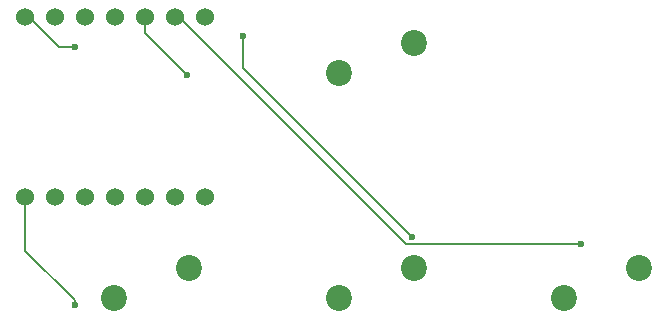
<source format=gbr>
%TF.GenerationSoftware,KiCad,Pcbnew,9.0.3*%
%TF.CreationDate,2025-07-11T18:10:02-07:00*%
%TF.ProjectId,hackpad,6861636b-7061-4642-9e6b-696361645f70,rev?*%
%TF.SameCoordinates,Original*%
%TF.FileFunction,Copper,L2,Bot*%
%TF.FilePolarity,Positive*%
%FSLAX46Y46*%
G04 Gerber Fmt 4.6, Leading zero omitted, Abs format (unit mm)*
G04 Created by KiCad (PCBNEW 9.0.3) date 2025-07-11 18:10:02*
%MOMM*%
%LPD*%
G01*
G04 APERTURE LIST*
%TA.AperFunction,ComponentPad*%
%ADD10C,2.200000*%
%TD*%
%TA.AperFunction,ComponentPad*%
%ADD11C,1.524000*%
%TD*%
%TA.AperFunction,ViaPad*%
%ADD12C,0.600000*%
%TD*%
%TA.AperFunction,Conductor*%
%ADD13C,0.200000*%
%TD*%
G04 APERTURE END LIST*
D10*
%TO.P,SW1,1,1*%
%TO.N,Net-(U1-GPIO3{slash}MOSI)*%
X145415000Y-30638750D03*
%TO.P,SW1,2,2*%
%TO.N,GND*%
X139065000Y-33178750D03*
%TD*%
%TO.P,SW2,1,1*%
%TO.N,Net-(U1-GPIO4{slash}MISO)*%
X126365000Y-49688750D03*
%TO.P,SW2,2,2*%
%TO.N,GND*%
X120015000Y-52228750D03*
%TD*%
%TO.P,SW3,1,1*%
%TO.N,Net-(U1-GPIO2{slash}SCK)*%
X164465000Y-49688750D03*
%TO.P,SW3,2,2*%
%TO.N,GND*%
X158115000Y-52228750D03*
%TD*%
D11*
%TO.P,U1,1,GPIO26/ADC0/A0*%
%TO.N,Net-(D3-DIN)*%
X112480000Y-43620000D03*
%TO.P,U1,2,GPIO27/ADC1/A1*%
%TO.N,unconnected-(U1-GPIO27{slash}ADC1{slash}A1-Pad2)*%
X115020000Y-43620000D03*
%TO.P,U1,3,GPIO28/ADC2/A2*%
%TO.N,unconnected-(U1-GPIO28{slash}ADC2{slash}A2-Pad3)*%
X117560000Y-43620000D03*
%TO.P,U1,4,GPIO29/ADC3/A3*%
%TO.N,unconnected-(U1-GPIO29{slash}ADC3{slash}A3-Pad4)*%
X120100000Y-43620000D03*
%TO.P,U1,5,GPIO6/SDA*%
%TO.N,Net-(D1-DIN)*%
X122640000Y-43620000D03*
%TO.P,U1,6,GPIO7/SCL*%
%TO.N,unconnected-(U1-GPIO7{slash}SCL-Pad6)*%
X125180000Y-43620000D03*
%TO.P,U1,7,GPIO0/TX*%
%TO.N,unconnected-(U1-GPIO0{slash}TX-Pad7)*%
X127720000Y-43620000D03*
%TO.P,U1,8,GPIO1/RX*%
%TO.N,Net-(U1-GPIO1{slash}RX)*%
X127720000Y-28380000D03*
%TO.P,U1,9,GPIO2/SCK*%
%TO.N,Net-(U1-GPIO2{slash}SCK)*%
X125180000Y-28380000D03*
%TO.P,U1,10,GPIO4/MISO*%
%TO.N,Net-(U1-GPIO4{slash}MISO)*%
X122640000Y-28380000D03*
%TO.P,U1,11,GPIO3/MOSI*%
%TO.N,Net-(U1-GPIO3{slash}MOSI)*%
X120100000Y-28380000D03*
%TO.P,U1,12,3V3*%
%TO.N,unconnected-(U1-3V3-Pad12)_1*%
X117560000Y-28380000D03*
%TO.P,U1,13,GND*%
%TO.N,GND*%
X115020000Y-28380000D03*
%TO.P,U1,14,VBUS*%
%TO.N,+5V*%
X112480000Y-28380000D03*
%TD*%
D10*
%TO.P,SW4,1,1*%
%TO.N,Net-(U1-GPIO1{slash}RX)*%
X145415000Y-49688750D03*
%TO.P,SW4,2,2*%
%TO.N,GND*%
X139065000Y-52228750D03*
%TD*%
D12*
%TO.N,+5V*%
X116681250Y-30956250D03*
%TO.N,Net-(D3-DIN)*%
X116681250Y-52828750D03*
%TO.N,Net-(U1-GPIO4{slash}MISO)*%
X126206250Y-33337500D03*
%TO.N,Net-(U1-GPIO2{slash}SCK)*%
X159543750Y-47625000D03*
%TO.N,Net-(U1-GPIO1{slash}RX)*%
X145256250Y-47025000D03*
X130968750Y-30038750D03*
%TD*%
D13*
%TO.N,+5V*%
X115337500Y-30956250D02*
X112480000Y-28098750D01*
X116681250Y-30956250D02*
X115337500Y-30956250D01*
%TO.N,Net-(D3-DIN)*%
X116681250Y-52387500D02*
X112480000Y-48186250D01*
X112480000Y-48186250D02*
X112480000Y-43338750D01*
X116681250Y-52828750D02*
X116681250Y-52387500D01*
%TO.N,Net-(U1-GPIO4{slash}MISO)*%
X122640000Y-29771250D02*
X122640000Y-28098750D01*
X126206250Y-33337500D02*
X122640000Y-29771250D01*
%TO.N,Net-(U1-GPIO2{slash}SCK)*%
X144706250Y-47625000D02*
X125180000Y-28098750D01*
X159543750Y-47625000D02*
X144706250Y-47625000D01*
%TO.N,Net-(U1-GPIO1{slash}RX)*%
X130968750Y-30038750D02*
X130968750Y-32737500D01*
X130968750Y-32737500D02*
X145256250Y-47025000D01*
%TD*%
M02*

</source>
